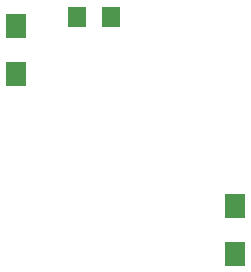
<source format=gbr>
G04 #@! TF.FileFunction,Paste,Top*
%FSLAX46Y46*%
G04 Gerber Fmt 4.6, Leading zero omitted, Abs format (unit mm)*
G04 Created by KiCad (PCBNEW (after 2015-mar-04 BZR unknown)-product) date 10/04/2015 18:40:57*
%MOMM*%
G01*
G04 APERTURE LIST*
%ADD10C,0.100000*%
%ADD11R,1.597660X1.800860*%
%ADD12R,1.700000X2.000000*%
G04 APERTURE END LIST*
D10*
D11*
X113388140Y-53340000D03*
X116227860Y-53340000D03*
D12*
X126746000Y-73374000D03*
X126746000Y-69374000D03*
X108204000Y-58134000D03*
X108204000Y-54134000D03*
M02*

</source>
